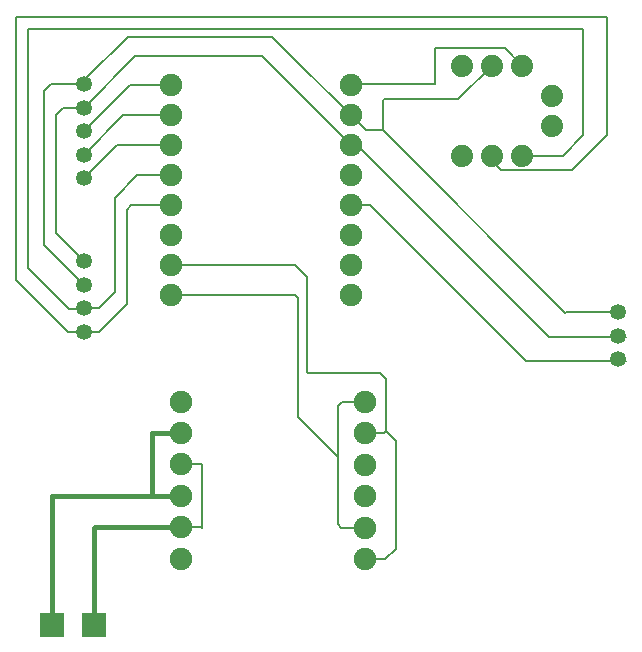
<source format=gbr>
%TF.GenerationSoftware,KiCad,Pcbnew,9.0.2*%
%TF.CreationDate,2025-05-23T14:51:07+09:00*%
%TF.ProjectId,__,78912e6b-6963-4616-945f-706362585858,rev?*%
%TF.SameCoordinates,Original*%
%TF.FileFunction,Copper,L1,Top*%
%TF.FilePolarity,Positive*%
%FSLAX46Y46*%
G04 Gerber Fmt 4.6, Leading zero omitted, Abs format (unit mm)*
G04 Created by KiCad (PCBNEW 9.0.2) date 2025-05-23 14:51:07*
%MOMM*%
%LPD*%
G01*
G04 APERTURE LIST*
%TA.AperFunction,CastellatedPad*%
%ADD10C,1.350000*%
%TD*%
%TA.AperFunction,CastellatedPad*%
%ADD11C,1.905000*%
%TD*%
%TA.AperFunction,BGAPad,CuDef*%
%ADD12R,2.000000X2.000000*%
%TD*%
%TA.AperFunction,ComponentPad*%
%ADD13C,1.350000*%
%TD*%
%TA.AperFunction,ComponentPad*%
%ADD14C,1.905000*%
%TD*%
%TA.AperFunction,ComponentPad*%
%ADD15C,1.879600*%
%TD*%
%TA.AperFunction,Conductor*%
%ADD16C,0.200000*%
%TD*%
%TA.AperFunction,Conductor*%
%ADD17C,0.400000*%
%TD*%
G04 APERTURE END LIST*
D10*
%TO.P,Sensors,VCC*%
%TO.N,N/C*%
X52300000Y-28480000D03*
%TO.P,Sensors,GND*%
X52300000Y-26480000D03*
%TO.P,Sensors,DAT*%
X52300000Y-30480000D03*
%TD*%
D11*
%TO.P,DRV8833 Driver,EEP*%
%TO.N,N/C*%
X15300000Y-34065000D03*
%TO.P,DRV8833 Driver,GND*%
X30870000Y-39412500D03*
%TO.P,DRV8833 Driver,IN1*%
X30870000Y-47395000D03*
%TO.P,DRV8833 Driver,IN2*%
X30870000Y-44725000D03*
%TO.P,DRV8833 Driver,IN3*%
X30870000Y-36735000D03*
%TO.P,DRV8833 Driver,IN4*%
X30870000Y-34065000D03*
%TO.P,DRV8833 Driver,OUT1*%
X15300000Y-36735000D03*
%TO.P,DRV8833 Driver,OUT2*%
X15300000Y-39380000D03*
%TO.P,DRV8833 Driver,OUT3*%
X15300000Y-42040000D03*
%TO.P,DRV8833 Driver,OUT4*%
X15300000Y-44710000D03*
%TO.P,DRV8833 Driver,ULT*%
X15300000Y-47380000D03*
%TO.P,DRV8833 Driver,VCC*%
X30870000Y-42077500D03*
%TD*%
D12*
%TO.P,Feltier +,1*%
%TO.N,N/C*%
X4385000Y-52945000D03*
%TD*%
D13*
%TO.P,Button,1*%
%TO.N,N/C*%
X7080000Y-7160000D03*
%TO.P,Button,2*%
X7080000Y-9160000D03*
%TO.P,Button,3*%
X7080000Y-11160000D03*
%TO.P,Button,4*%
X7080000Y-13160000D03*
%TO.P,Button,5*%
X7080000Y-15160000D03*
%TD*%
D14*
%TO.P,ESP32-C3
SuperMini,0*%
%TO.N,N/C*%
X29700000Y-25040000D03*
%TO.P,ESP32-C3
SuperMini,1*%
X29700000Y-22500000D03*
%TO.P,ESP32-C3
SuperMini,2*%
X29700000Y-19960000D03*
%TO.P,ESP32-C3
SuperMini,3*%
X29700000Y-17420000D03*
%TO.P,ESP32-C3
SuperMini,3.3*%
X29700000Y-12340000D03*
%TO.P,ESP32-C3
SuperMini,4*%
X29700000Y-14880000D03*
%TO.P,ESP32-C3
SuperMini,5*%
X14460000Y-7260000D03*
%TO.P,ESP32-C3
SuperMini,5V*%
X29700000Y-7260000D03*
%TO.P,ESP32-C3
SuperMini,6*%
X14460000Y-9800000D03*
%TO.P,ESP32-C3
SuperMini,7*%
X14460000Y-12340000D03*
%TO.P,ESP32-C3
SuperMini,8*%
X14460000Y-14880000D03*
%TO.P,ESP32-C3
SuperMini,9*%
X14460000Y-17420000D03*
%TO.P,ESP32-C3
SuperMini,10*%
X14460000Y-19960000D03*
%TO.P,ESP32-C3
SuperMini,20*%
X14460000Y-22500000D03*
%TO.P,ESP32-C3
SuperMini,21*%
X14460000Y-25040000D03*
%TO.P,ESP32-C3
SuperMini,G*%
X29700000Y-9800000D03*
%TD*%
D13*
%TO.P,Display / I2C Bus,1*%
%TO.N,N/C*%
X7080000Y-22160000D03*
%TO.P,Display / I2C Bus,2*%
X7080000Y-24160000D03*
%TO.P,Display / I2C Bus,3*%
X7080000Y-26160000D03*
%TO.P,Display / I2C Bus,4*%
X7080000Y-28160000D03*
%TD*%
D12*
%TO.P,Feltier -,1*%
%TO.N,N/C*%
X7985000Y-52945000D03*
%TD*%
D15*
%TO.P,JP2,1*%
%TO.N,SDA*%
X44190086Y-13225260D03*
%TO.P,JP2,2*%
%TO.N,SCL*%
X41650086Y-13225260D03*
%TO.P,JP2,3*%
%TO.N,QST*%
X39110086Y-13225260D03*
%TD*%
%TO.P,JP4,1*%
%TO.N,VCC*%
X44190086Y-5605260D03*
%TO.P,JP4,2*%
%TO.N,GND*%
X41650086Y-5605260D03*
%TO.P,JP4,3*%
%TO.N,ALT*%
X39110086Y-5605260D03*
%TD*%
%TO.P,JP5,1*%
%TO.N,VCC*%
X46730086Y-10685260D03*
%TO.P,JP5,2*%
%TO.N,GND*%
X46730086Y-8145260D03*
%TD*%
D16*
%TO.N,*%
X46500000Y-28580000D02*
X53000000Y-28580000D01*
X30260000Y-12340000D02*
X46500000Y-28580000D01*
X44500000Y-30580000D02*
X53000000Y-30580000D01*
X44450000Y-30530000D02*
X44500000Y-30580000D01*
%TO.N,GND*%
X32400000Y-11056700D02*
X47861650Y-26518350D01*
X47900000Y-26480000D02*
X52300000Y-26480000D01*
X47861650Y-26518350D02*
X47900000Y-26480000D01*
%TO.N,*%
X12895000Y-36735000D02*
X12885000Y-36745000D01*
X31340000Y-17420000D02*
X44500000Y-30580000D01*
X12885000Y-41935000D02*
X12990000Y-42040000D01*
X28865000Y-44725000D02*
X28585000Y-44445000D01*
X28585000Y-38780000D02*
X28585000Y-34445000D01*
X17085000Y-39345000D02*
X17050000Y-39380000D01*
X30870000Y-44725000D02*
X28865000Y-44725000D01*
X32200000Y-31680000D02*
X26100000Y-31680000D01*
X25000000Y-22500000D02*
X26000000Y-23500000D01*
X7080000Y-11160000D02*
X10980000Y-7260000D01*
X4720000Y-9800000D02*
X5360000Y-9160000D01*
X4720000Y-19800000D02*
X4720000Y-9800000D01*
D17*
X12985000Y-42045000D02*
X4385000Y-42045000D01*
D16*
X29700000Y-12340000D02*
X30260000Y-12340000D01*
X25200000Y-25280000D02*
X25200000Y-35395000D01*
X10980000Y-7260000D02*
X14460000Y-7260000D01*
X32545000Y-36735000D02*
X30870000Y-36735000D01*
X17085000Y-44745000D02*
X17085000Y-39345000D01*
X33500000Y-37380000D02*
X33500000Y-46530000D01*
X26000000Y-23500000D02*
X26000000Y-31580000D01*
X12990000Y-42040000D02*
X12985000Y-42045000D01*
D17*
X12885000Y-36745000D02*
X12885000Y-41935000D01*
D16*
X14460000Y-25040000D02*
X24960000Y-25040000D01*
D17*
X12990000Y-42040000D02*
X15300000Y-42040000D01*
D16*
X8020000Y-44710000D02*
X7985000Y-44745000D01*
X29700000Y-12340000D02*
X22160000Y-4800000D01*
X10440000Y-9800000D02*
X14460000Y-9800000D01*
X30870000Y-47395000D02*
X32635000Y-47395000D01*
X7080000Y-9160000D02*
X7360000Y-9160000D01*
X32700000Y-32180000D02*
X32200000Y-31680000D01*
X7080000Y-22160000D02*
X4720000Y-19800000D01*
X29880000Y-22680000D02*
X29700000Y-22500000D01*
X26100000Y-31680000D02*
X26000000Y-31580000D01*
X33500000Y-46530000D02*
X32635000Y-47395000D01*
X22160000Y-4800000D02*
X11440000Y-4800000D01*
D17*
X4385000Y-42045000D02*
X4385000Y-52945000D01*
D16*
X29700000Y-17420000D02*
X31340000Y-17420000D01*
X9900000Y-12340000D02*
X14460000Y-12340000D01*
X28685000Y-34345000D02*
X28585000Y-34445000D01*
X5360000Y-9160000D02*
X7080000Y-9160000D01*
X30870000Y-34065000D02*
X28965000Y-34065000D01*
X32700000Y-36580000D02*
X32700000Y-32180000D01*
X7080000Y-15160000D02*
X9900000Y-12340000D01*
X17050000Y-39380000D02*
X15300000Y-39380000D01*
X28965000Y-34065000D02*
X28585000Y-34445000D01*
X32700000Y-36580000D02*
X32545000Y-36735000D01*
X7080000Y-13160000D02*
X10440000Y-9800000D01*
D17*
X7985000Y-44745000D02*
X7985000Y-52845000D01*
D16*
X32700000Y-36580000D02*
X33500000Y-37380000D01*
X25200000Y-35395000D02*
X28585000Y-38780000D01*
D17*
X15300000Y-36735000D02*
X12895000Y-36735000D01*
D16*
X15300000Y-44710000D02*
X17050000Y-44710000D01*
X24960000Y-25040000D02*
X25200000Y-25280000D01*
X11440000Y-4800000D02*
X7080000Y-9160000D01*
X14460000Y-22500000D02*
X25000000Y-22500000D01*
D17*
X15300000Y-44710000D02*
X8020000Y-44710000D01*
D16*
X17050000Y-44710000D02*
X17085000Y-44745000D01*
X28585000Y-44445000D02*
X28585000Y-38780000D01*
%TO.N,VCC*%
X42744826Y-4160000D02*
X42700000Y-4160000D01*
X36830000Y-4180000D02*
X36830000Y-7160000D01*
X44190086Y-5605260D02*
X42744826Y-4160000D01*
X36830000Y-7160000D02*
X30320000Y-7160000D01*
X30320000Y-7160000D02*
X30200000Y-7280000D01*
X36850000Y-4160000D02*
X36830000Y-4180000D01*
X42700000Y-4160000D02*
X36850000Y-4160000D01*
%TO.N,SDA*%
X47654740Y-13225260D02*
X49400000Y-11480000D01*
X7080000Y-26160000D02*
X8360000Y-26160000D01*
X8360000Y-26160000D02*
X9720000Y-24800000D01*
X44190086Y-13225260D02*
X47654740Y-13225260D01*
X9720000Y-24800000D02*
X9720000Y-16800000D01*
X11640000Y-14880000D02*
X14460000Y-14880000D01*
X9720000Y-16800000D02*
X11640000Y-14880000D01*
X5870532Y-26180000D02*
X6800000Y-26180000D01*
X2400000Y-2480000D02*
X2400000Y-22709468D01*
X49400000Y-2480000D02*
X2400000Y-2480000D01*
X2400000Y-22709468D02*
X5870532Y-26180000D01*
X49400000Y-11480000D02*
X49400000Y-2480000D01*
%TO.N,GND*%
X32400000Y-8580000D02*
X32400000Y-11056700D01*
X38775346Y-8480000D02*
X41650086Y-5605260D01*
X3720000Y-20800000D02*
X7080000Y-24160000D01*
X6500000Y-7160000D02*
X4360000Y-7160000D01*
X6760000Y-6900000D02*
X7080000Y-6900000D01*
X23060000Y-3160000D02*
X30956700Y-11056700D01*
X6500000Y-7160000D02*
X6760000Y-6900000D01*
X32500000Y-8480000D02*
X32400000Y-8580000D01*
X3720000Y-7800000D02*
X3720000Y-20800000D01*
X10830000Y-3160000D02*
X23060000Y-3160000D01*
X4360000Y-7160000D02*
X3720000Y-7800000D01*
X30956700Y-11056700D02*
X32400000Y-11056700D01*
X41650086Y-5605260D02*
X41650086Y-6339914D01*
X7080000Y-6900000D02*
X7300000Y-6680000D01*
X32500000Y-8480000D02*
X38775346Y-8480000D01*
X7310000Y-6680000D02*
X10830000Y-3160000D01*
X7300000Y-6680000D02*
X7310000Y-6680000D01*
%TO.N,SCL*%
X5800000Y-28180000D02*
X7100000Y-28180000D01*
X51400000Y-11480000D02*
X51400000Y-1480000D01*
X48400000Y-14480000D02*
X49400000Y-13480000D01*
X11100000Y-17420000D02*
X14460000Y-17420000D01*
X42400000Y-14480000D02*
X48400000Y-14480000D01*
X49400000Y-13480000D02*
X51400000Y-11480000D01*
X1400000Y-23780000D02*
X5800000Y-28180000D01*
X41650086Y-13225260D02*
X41650086Y-13730086D01*
X1400000Y-1480000D02*
X1400000Y-23709468D01*
X10720000Y-17800000D02*
X11100000Y-17420000D01*
X41650086Y-13730086D02*
X42400000Y-14480000D01*
X1400000Y-23709468D02*
X1400000Y-23780000D01*
X10720000Y-25800000D02*
X10720000Y-17800000D01*
X7080000Y-28160000D02*
X8360000Y-28160000D01*
X8360000Y-28160000D02*
X10720000Y-25800000D01*
X51400000Y-1480000D02*
X1400000Y-1480000D01*
%TD*%
M02*

</source>
